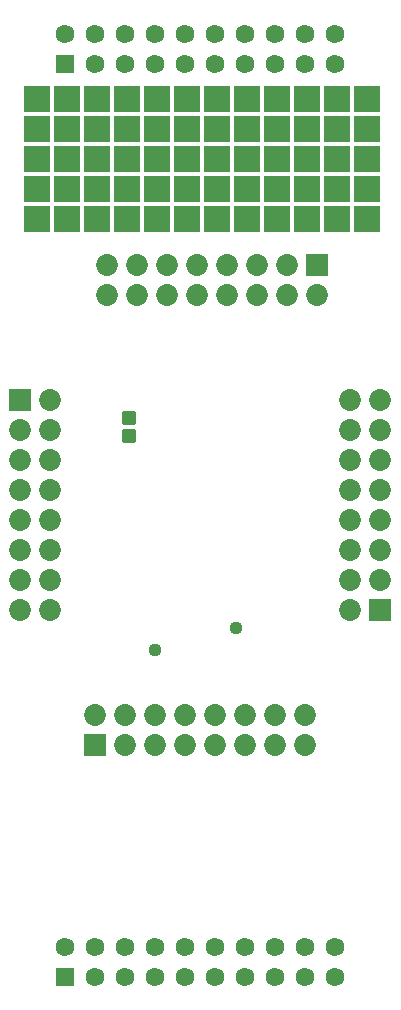
<source format=gbr>
%TF.GenerationSoftware,Altium Limited,Altium Designer,23.4.1 (23)*%
G04 Layer_Color=16711935*
%FSLAX45Y45*%
%MOMM*%
%TF.SameCoordinates,37F79050-5382-499E-8BED-BD4E09E40BF1*%
%TF.FilePolarity,Negative*%
%TF.FileFunction,Soldermask,Bot*%
%TF.Part,Single*%
G01*
G75*
%TA.AperFunction,ComponentPad*%
%ADD34C,1.59320*%
%ADD35R,1.59320X1.59320*%
%ADD36R,1.85320X1.85320*%
%ADD37C,1.85320*%
%TA.AperFunction,ViaPad*%
%ADD38R,2.20320X2.20320*%
%TA.AperFunction,ComponentPad*%
%ADD39R,1.85320X1.85320*%
%TA.AperFunction,SMDPad,CuDef*%
G04:AMPARAMS|DCode=40|XSize=1.1432mm|YSize=1.2232mm|CornerRadius=0.1956mm|HoleSize=0mm|Usage=FLASHONLY|Rotation=90.000|XOffset=0mm|YOffset=0mm|HoleType=Round|Shape=RoundedRectangle|*
%AMROUNDEDRECTD40*
21,1,1.14320,0.83200,0,0,90.0*
21,1,0.75200,1.22320,0,0,90.0*
1,1,0.39120,0.41600,0.37600*
1,1,0.39120,0.41600,-0.37600*
1,1,0.39120,-0.41600,-0.37600*
1,1,0.39120,-0.41600,0.37600*
%
%ADD40ROUNDEDRECTD40*%
%TA.AperFunction,TestPad*%
%ADD41C,1.12700*%
D34*
X2794000Y8492000D02*
D03*
Y8238000D02*
D03*
X2540000Y8492000D02*
D03*
Y8238000D02*
D03*
X2286000Y8492000D02*
D03*
Y8238000D02*
D03*
X2032000Y8492000D02*
D03*
Y8238000D02*
D03*
X1778000Y8492000D02*
D03*
Y8238000D02*
D03*
X1524000Y8492000D02*
D03*
Y8238000D02*
D03*
X1270000Y8492000D02*
D03*
Y8238000D02*
D03*
X1016000Y8492000D02*
D03*
Y8238000D02*
D03*
X762000Y8492000D02*
D03*
Y8238000D02*
D03*
X508000Y8492000D02*
D03*
X2794000Y762000D02*
D03*
Y508000D02*
D03*
X2540000Y762000D02*
D03*
Y508000D02*
D03*
X2286000Y762000D02*
D03*
Y508000D02*
D03*
X2032000Y762000D02*
D03*
Y508000D02*
D03*
X1778000Y762000D02*
D03*
Y508000D02*
D03*
X1524000Y762000D02*
D03*
Y508000D02*
D03*
X1270000Y762000D02*
D03*
Y508000D02*
D03*
X1016000Y762000D02*
D03*
Y508000D02*
D03*
X762000Y762000D02*
D03*
Y508000D02*
D03*
X508000Y762000D02*
D03*
D35*
Y8238000D02*
D03*
Y508000D02*
D03*
D36*
X3173000Y3611000D02*
D03*
X127000Y5389000D02*
D03*
D37*
X2919000Y3611000D02*
D03*
X3173000Y3865000D02*
D03*
X2919000D02*
D03*
X3173000Y4119000D02*
D03*
X2919000D02*
D03*
X3173000Y4373000D02*
D03*
X2919000D02*
D03*
X3173000Y4627000D02*
D03*
X2919000D02*
D03*
X3173000Y4881000D02*
D03*
X2919000D02*
D03*
X3173000Y5135000D02*
D03*
X2919000D02*
D03*
X3173000Y5389000D02*
D03*
X2919000D02*
D03*
X381000D02*
D03*
X127000Y5135000D02*
D03*
X381000D02*
D03*
X127000Y4881000D02*
D03*
X381000D02*
D03*
X127000Y4627000D02*
D03*
X381000D02*
D03*
X127000Y4373000D02*
D03*
X381000D02*
D03*
X127000Y4119000D02*
D03*
X381000D02*
D03*
X127000Y3865000D02*
D03*
X381000D02*
D03*
X127000Y3611000D02*
D03*
X381000D02*
D03*
X761000Y2722000D02*
D03*
X1015000Y2468000D02*
D03*
Y2722000D02*
D03*
X1269000Y2468000D02*
D03*
Y2722000D02*
D03*
X1523000Y2468000D02*
D03*
Y2722000D02*
D03*
X1777000Y2468000D02*
D03*
Y2722000D02*
D03*
X2031000Y2468000D02*
D03*
Y2722000D02*
D03*
X2285000Y2468000D02*
D03*
Y2722000D02*
D03*
X2539000Y2468000D02*
D03*
Y2722000D02*
D03*
X2635250Y6278000D02*
D03*
X2381250Y6532000D02*
D03*
Y6278000D02*
D03*
X2127250Y6532000D02*
D03*
Y6278000D02*
D03*
X1873250Y6532000D02*
D03*
Y6278000D02*
D03*
X1619250Y6532000D02*
D03*
Y6278000D02*
D03*
X1365250Y6532000D02*
D03*
Y6278000D02*
D03*
X1111250Y6532000D02*
D03*
Y6278000D02*
D03*
X857250Y6532000D02*
D03*
Y6278000D02*
D03*
D38*
X2555875Y6921500D02*
D03*
X2301875D02*
D03*
X2809875D02*
D03*
X3063875D02*
D03*
X1539875D02*
D03*
X1793875D02*
D03*
X2047875D02*
D03*
X1285875D02*
D03*
X777875D02*
D03*
X523875D02*
D03*
X1031875D02*
D03*
X269875D02*
D03*
X2555875Y7175500D02*
D03*
X2301875D02*
D03*
X2809875D02*
D03*
X3063875D02*
D03*
X1539875D02*
D03*
X1793875D02*
D03*
X2047875D02*
D03*
X1285875D02*
D03*
X777875D02*
D03*
X523875D02*
D03*
X1031875D02*
D03*
X269875D02*
D03*
Y7429500D02*
D03*
X1031875D02*
D03*
X523875D02*
D03*
X777875D02*
D03*
X1285875D02*
D03*
X2047875D02*
D03*
X1793875D02*
D03*
X1539875D02*
D03*
X3063875D02*
D03*
X2809875D02*
D03*
X2301875D02*
D03*
X2555875D02*
D03*
X2301875Y7937500D02*
D03*
Y7683500D02*
D03*
X2555875D02*
D03*
Y7937500D02*
D03*
X3063875D02*
D03*
Y7683500D02*
D03*
X2809875D02*
D03*
Y7937500D02*
D03*
X1285875D02*
D03*
Y7683500D02*
D03*
X1539875D02*
D03*
Y7937500D02*
D03*
X2047875D02*
D03*
Y7683500D02*
D03*
X1793875D02*
D03*
Y7937500D02*
D03*
X777875D02*
D03*
Y7683500D02*
D03*
X1031875D02*
D03*
Y7937500D02*
D03*
X523875D02*
D03*
Y7683500D02*
D03*
X269875D02*
D03*
Y7937500D02*
D03*
D39*
X761000Y2468000D02*
D03*
X2635250Y6532000D02*
D03*
D40*
X1047750Y5080375D02*
D03*
Y5238375D02*
D03*
D41*
X1270000Y3270250D02*
D03*
X1952625Y3460750D02*
D03*
%TF.MD5,16c0d8ecab0f86750352f162cca1601f*%
M02*

</source>
